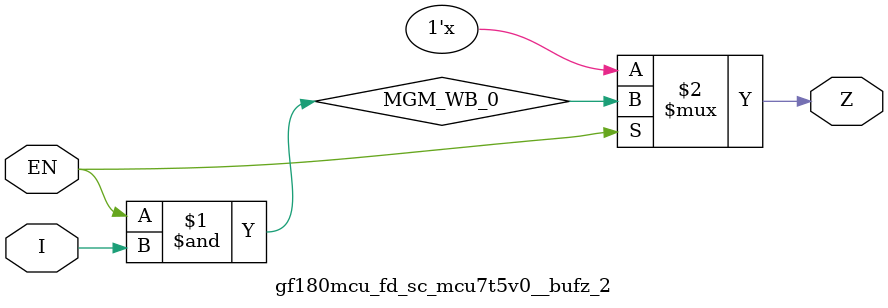
<source format=v>

module gf180mcu_fd_sc_mcu7t5v0__bufz_2( EN, I, Z );
input EN, I;
output Z;

	wire MGM_WB_0;

	wire MGM_WB_1;

	and MGM_BG_0( MGM_WB_0, EN, I );

	not MGM_BG_1( MGM_WB_1, EN );

	bufif0 MGM_BG_2( Z, MGM_WB_0,MGM_WB_1 );

endmodule

</source>
